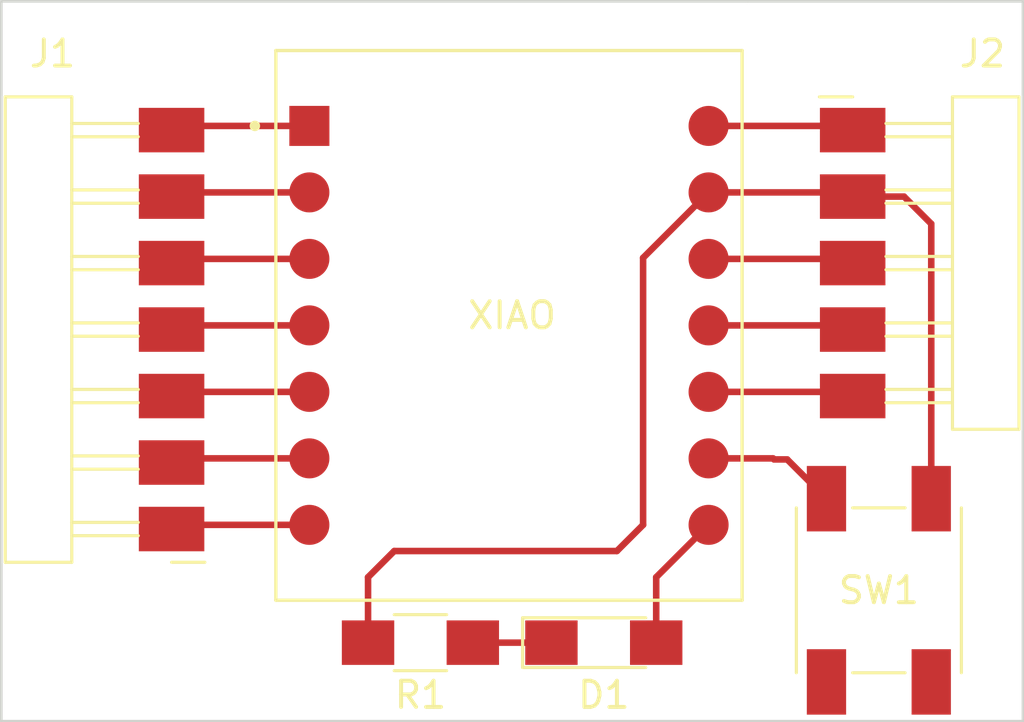
<source format=kicad_pcb>
(kicad_pcb (version 20221018) (generator pcbnew)
  (layers (0 "F.Cu" signal) (31 "B.Cu" signal) (34 "B.Paste" user) (35 "F.Paste" user) (36 "B.SilkS" user "B.Silkscreen") (37 "F.SilkS" user "F.Silkscreen") (38 "B.Mask" user) (39 "F.Mask" user) (44 "Edge.Cuts" user))
  (net 0 "")
  (net 1 "LED")
  (net 2 "Net-(D1-K)")
  (net 3 "A0")
  (net 4 "A1")
  (net 5 "A2")
  (net 6 "A3")
  (net 7 "A4")
  (net 8 "A5")
  (net 9 "5v")
  (net 10 "3v3")
  (net 11 "A6")
  (net 12 "GND")
  (net 13 "BTN")
  (net 14 "A9")
  (net 15 "A10")
  (footprint "fab:PinHeader_1x05_P2.54mm_Horizontal_SMD" (layer "F.Cu") (at 98 75.92)
    (fp_text reference "J2" (at 4 -2.92 180) (layer "F.SilkS") (effects (justify left)))
    (fp_text value "1x5")
    (fp_line (start -1.27 -1.27) (end 0 -1.27) (stroke (width 0.12)) (layer "F.SilkS"))
    (fp_line (start 3.81 -1.27) (end 6.35 -1.27) (stroke (width 0.12)) (layer "F.SilkS"))
    (fp_line (start 3.81 -0.254) (end 1.27 -0.254) (stroke (width 0.12)) (layer "F.SilkS"))
    (fp_line (start 3.81 0.254) (end 1.27 0.254) (stroke (width 0.12)) (layer "F.SilkS"))
    (fp_line (start 3.81 2.286) (end 1.27 2.286) (stroke (width 0.12)) (layer "F.SilkS"))
    (fp_line (start 3.81 2.794) (end 1.27 2.794) (stroke (width 0.12)) (layer "F.SilkS"))
    (fp_line (start 3.81 4.826) (end 1.27 4.826) (stroke (width 0.12)) (layer "F.SilkS"))
    (fp_line (start 3.81 5.334) (end 1.27 5.334) (stroke (width 0.12)) (layer "F.SilkS"))
    (fp_line (start 3.81 7.366) (end 1.27 7.366) (stroke (width 0.12)) (layer "F.SilkS"))
    (fp_line (start 3.81 7.874) (end 1.27 7.874) (stroke (width 0.12)) (layer "F.SilkS"))
    (fp_line (start 3.81 9.906) (end 1.27 9.906) (stroke (width 0.12)) (layer "F.SilkS"))
    (fp_line (start 3.81 10.414) (end 1.27 10.414) (stroke (width 0.12)) (layer "F.SilkS"))
    (fp_line (start 3.81 11.43) (end 3.81 -1.27) (stroke (width 0.12)) (layer "F.SilkS"))
    (fp_line (start 6.35 -1.27) (end 6.35 11.43) (stroke (width 0.12)) (layer "F.SilkS"))
    (fp_line (start 6.35 11.43) (end 3.81 11.43) (stroke (width 0.12)) (layer "F.SilkS"))
    (pad "1" smd rect (at 0 0) (size 2.5 1.7) (layers "F.Cu" "F.Paste" "F.Mask") (net 9 "5v"))
    (pad "2" smd rect (at 0 2.54) (size 2.5 1.7) (layers "F.Cu" "F.Paste" "F.Mask") (net 12 "GND"))
    (pad "3" smd rect (at 0 5.08) (size 2.5 1.7) (layers "F.Cu" "F.Paste" "F.Mask") (net 10 "3v3"))
    (pad "4" smd rect (at 0 7.62) (size 2.5 1.7) (layers "F.Cu" "F.Paste" "F.Mask") (net 15 "A10"))
    (pad "5" smd rect (at 0 10.16) (size 2.5 1.7) (layers "F.Cu" "F.Paste" "F.Mask") (net 14 "A9"))
  )
  (footprint "fab:R_1206" (layer "F.Cu") (at 81.5 95.5)
    (fp_text reference "R1" (at 0 2) (layer "F.SilkS"))
    (fp_text value "R")
    (fp_line (start -1 -1.07) (end 1 -1.07) (stroke (width 0.12)) (layer "F.SilkS"))
    (fp_line (start 1 1.07) (end -1 1.07) (stroke (width 0.12)) (layer "F.SilkS"))
    (pad "1" smd rect (at -2 0) (size 2 1.7) (layers "F.Cu" "F.Paste" "F.Mask") (net 12 "GND"))
    (pad "2" smd rect (at 2 0) (size 2 1.7) (layers "F.Cu" "F.Paste" "F.Mask") (net 2 "Net-(D1-K)"))
  )
  (footprint "fab:LED_1206" (layer "F.Cu") (at 88.5 95.5)
    (fp_text reference "D1" (at 0 2) (layer "F.SilkS"))
    (fp_text value "LED")
    (fp_line (start -3.1 -0.95) (end -3.1 0.95) (stroke (width 0.12)) (layer "F.SilkS"))
    (fp_line (start -3.1 -0.95) (end 1.6 -0.95) (stroke (width 0.12)) (layer "F.SilkS"))
    (fp_line (start -3.1 0.95) (end 1.6 0.95) (stroke (width 0.12)) (layer "F.SilkS"))
    (pad "1" smd rect (at -2 0) (size 2 1.7) (layers "F.Cu" "F.Paste" "F.Mask") (net 2 "Net-(D1-K)"))
    (pad "2" smd rect (at 2 0) (size 2 1.7) (layers "F.Cu" "F.Paste" "F.Mask") (net 1 "LED"))
  )
  (footprint "fab:Button_Omron_B3SN_6.0x6.0mm" (layer "F.Cu") (at 99 93.5 90)
    (fp_text reference "SW1" (at 0 0) (layer "F.SilkS"))
    (fp_text value "BTN")
    (fp_line (start -3.15 -3.15) (end 3.15 -3.15) (stroke (width 0.12)) (layer "F.SilkS"))
    (fp_line (start -3.15 1) (end -3.15 -1) (stroke (width 0.12)) (layer "F.SilkS"))
    (fp_line (start 3.15 -1) (end 3.15 1) (stroke (width 0.12)) (layer "F.SilkS"))
    (fp_line (start 3.15 3.15) (end -3.15 3.15) (stroke (width 0.12)) (layer "F.SilkS"))
    (pad "1" smd rect (at -3.5 -2 90) (size 2.5 1.5) (layers "F.Cu" "F.Paste" "F.Mask") (net 13 "BTN"))
    (pad "1" smd rect (at 3.5 -2 90) (size 2.5 1.5) (layers "F.Cu" "F.Paste" "F.Mask") (net 13 "BTN"))
    (pad "2" smd rect (at -3.5 2 90) (size 2.5 1.5) (layers "F.Cu" "F.Paste" "F.Mask") (net 12 "GND"))
    (pad "2" smd rect (at 3.5 2 90) (size 2.5 1.5) (layers "F.Cu" "F.Paste" "F.Mask") (net 12 "GND"))
  )
  (footprint "102010388:MODULE_102010388" (layer "F.Cu") (at 84.88 83.38)
    (fp_text reference "XIAO" (at 0.12 -0.38) (layer "F.SilkS"))
    (fp_text value "XIAO")
    (fp_line (start -8.9 -10.5) (end -8.9 10.5) (stroke (width 0.127)) (layer "F.SilkS"))
    (fp_line (start -8.9 10.5) (end 8.9 10.5) (stroke (width 0.127)) (layer "F.SilkS"))
    (fp_line (start 8.9 -10.5) (end -8.9 -10.5) (stroke (width 0.127)) (layer "F.SilkS"))
    (fp_line (start 8.9 10.5) (end 8.9 -10.5) (stroke (width 0.127)) (layer "F.SilkS"))
    (fp_circle (center -9.7 -7.62) (end -9.6 -7.62) (stroke (width 0.2)) (fill none) (layer "F.SilkS"))
    (pad "1" smd rect (at -7.62 -7.62) (size 1.53 1.53) (layers "F.Cu" "F.Paste" "F.Mask") (net 3 "A0"))
    (pad "2" smd circle (at -7.62 -5.08) (size 1.53 1.53) (layers "F.Cu" "F.Paste" "F.Mask") (net 4 "A1"))
    (pad "3" smd circle (at -7.62 -2.54) (size 1.53 1.53) (layers "F.Cu" "F.Paste" "F.Mask") (net 5 "A2"))
    (pad "4" smd circle (at -7.62 0) (size 1.53 1.53) (layers "F.Cu" "F.Paste" "F.Mask") (net 6 "A3"))
    (pad "5" smd circle (at -7.62 2.54) (size 1.53 1.53) (layers "F.Cu" "F.Paste" "F.Mask") (net 7 "A4"))
    (pad "6" smd circle (at -7.62 5.08) (size 1.53 1.53) (layers "F.Cu" "F.Paste" "F.Mask") (net 8 "A5"))
    (pad "7" smd circle (at -7.62 7.62) (size 1.53 1.53) (layers "F.Cu" "F.Paste" "F.Mask") (net 11 "A6"))
    (pad "8" smd circle (at 7.62 7.62) (size 1.53 1.53) (layers "F.Cu" "F.Paste" "F.Mask") (net 1 "LED"))
    (pad "9" smd circle (at 7.62 5.08) (size 1.53 1.53) (layers "F.Cu" "F.Paste" "F.Mask") (net 13 "BTN"))
    (pad "10" smd circle (at 7.62 2.54) (size 1.53 1.53) (layers "F.Cu" "F.Paste" "F.Mask") (net 14 "A9"))
    (pad "11" smd circle (at 7.62 0) (size 1.53 1.53) (layers "F.Cu" "F.Paste" "F.Mask") (net 15 "A10"))
    (pad "12" smd circle (at 7.62 -2.54) (size 1.53 1.53) (layers "F.Cu" "F.Paste" "F.Mask") (net 10 "3v3"))
    (pad "13" smd circle (at 7.62 -5.08) (size 1.53 1.53) (layers "F.Cu" "F.Paste" "F.Mask") (net 12 "GND"))
    (pad "14" smd circle (at 7.62 -7.62) (size 1.53 1.53) (layers "F.Cu" "F.Paste" "F.Mask") (net 9 "5v"))
  )
  (footprint "fab:PinHeader_1x07_P2.54mm_Horizontal_SMD" (layer "F.Cu") (at 72 91.16 180)
    (fp_text reference "J1" (at 5.5 18.16) (layer "F.SilkS") (effects (justify left)))
    (fp_text value "1x7")
    (fp_line (start -1.27 -1.27) (end 0 -1.27) (stroke (width 0.12)) (layer "F.SilkS"))
    (fp_line (start 3.81 -1.27) (end 6.35 -1.27) (stroke (width 0.12)) (layer "F.SilkS"))
    (fp_line (start 3.81 -0.254) (end 1.27 -0.254) (stroke (width 0.12)) (layer "F.SilkS"))
    (fp_line (start 3.81 0.254) (end 1.27 0.254) (stroke (width 0.12)) (layer "F.SilkS"))
    (fp_line (start 3.81 2.286) (end 1.27 2.286) (stroke (width 0.12)) (layer "F.SilkS"))
    (fp_line (start 3.81 2.794) (end 1.27 2.794) (stroke (width 0.12)) (layer "F.SilkS"))
    (fp_line (start 3.81 4.826) (end 1.27 4.826) (stroke (width 0.12)) (layer "F.SilkS"))
    (fp_line (start 3.81 5.334) (end 1.27 5.334) (stroke (width 0.12)) (layer "F.SilkS"))
    (fp_line (start 3.81 7.366) (end 1.27 7.366) (stroke (width 0.12)) (layer "F.SilkS"))
    (fp_line (start 3.81 7.874) (end 1.27 7.874) (stroke (width 0.12)) (layer "F.SilkS"))
    (fp_line (start 3.81 9.906) (end 1.27 9.906) (stroke (width 0.12)) (layer "F.SilkS"))
    (fp_line (start 3.81 10.414) (end 1.27 10.414) (stroke (width 0.12)) (layer "F.SilkS"))
    (fp_line (start 3.81 12.446) (end 1.27 12.446) (stroke (width 0.12)) (layer "F.SilkS"))
    (fp_line (start 3.81 12.954) (end 1.27 12.954) (stroke (width 0.12)) (layer "F.SilkS"))
    (fp_line (start 3.81 14.986) (end 1.27 14.986) (stroke (width 0.12)) (layer "F.SilkS"))
    (fp_line (start 3.81 15.494) (end 1.27 15.494) (stroke (width 0.12)) (layer "F.SilkS"))
    (fp_line (start 3.81 16.51) (end 3.81 -1.27) (stroke (width 0.12)) (layer "F.SilkS"))
    (fp_line (start 6.35 -1.27) (end 6.35 16.51) (stroke (width 0.12)) (layer "F.SilkS"))
    (fp_line (start 6.35 16.51) (end 3.81 16.51) (stroke (width 0.12)) (layer "F.SilkS"))
    (pad "1" smd rect (at 0 0 180) (size 2.5 1.7) (layers "F.Cu" "F.Paste" "F.Mask") (net 11 "A6"))
    (pad "2" smd rect (at 0 2.54 180) (size 2.5 1.7) (layers "F.Cu" "F.Paste" "F.Mask") (net 8 "A5"))
    (pad "3" smd rect (at 0 5.08 180) (size 2.5 1.7) (layers "F.Cu" "F.Paste" "F.Mask") (net 7 "A4"))
    (pad "4" smd rect (at 0 7.62 180) (size 2.5 1.7) (layers "F.Cu" "F.Paste" "F.Mask") (net 6 "A3"))
    (pad "5" smd rect (at 0 10.16 180) (size 2.5 1.7) (layers "F.Cu" "F.Paste" "F.Mask") (net 5 "A2"))
    (pad "6" smd rect (at 0 12.7 180) (size 2.5 1.7) (layers "F.Cu" "F.Paste" "F.Mask") (net 4 "A1"))
    (pad "7" smd rect (at 0 15.24 180) (size 2.5 1.7) (layers "F.Cu" "F.Paste" "F.Mask") (net 3 "A0"))
  )
  (gr_line (start 65.5 98.5) (end 65.5 71) (stroke (width 0.1)) (layer "Edge.Cuts"))
  (gr_line (start 104.5 71) (end 104.5 98.5) (stroke (width 0.1)) (layer "Edge.Cuts"))
  (gr_line (start 104.5 98.5) (end 65.5 98.5) (stroke (width 0.1)) (layer "Edge.Cuts"))
  (gr_line (start 65.5 71) (end 94 71) (stroke (width 0.1)) (layer "Edge.Cuts"))
  (gr_line (start 94 71) (end 104.5 71) (stroke (width 0.1)) (layer "Edge.Cuts"))
  (segment (start 90.5 95.5) (end 90.5 93) (width 0.25) (layer "F.Cu") (net 1))
  (segment (start 90.5 93) (end 92.5 91) (width 0.25) (layer "F.Cu") (net 1))
  (segment (start 86.5 95.5) (end 83.5 95.5) (width 0.25) (layer "F.Cu") (net 2))
  (segment (start 77.26 75.76) (end 72.16 75.76) (width 0.25) (layer "F.Cu") (net 3))
  (segment (start 72.16 75.76) (end 72 75.92) (width 0.25) (layer "F.Cu") (net 3))
  (segment (start 77.26 78.3) (end 72.16 78.3) (width 0.25) (layer "F.Cu") (net 4))
  (segment (start 72.16 78.3) (end 72 78.46) (width 0.25) (layer "F.Cu") (net 4))
  (segment (start 77.26 80.84) (end 72.16 80.84) (width 0.25) (layer "F.Cu") (net 5))
  (segment (start 72.16 80.84) (end 72 81) (width 0.25) (layer "F.Cu") (net 5))
  (segment (start 72.16 83.38) (end 72 83.54) (width 0.25) (layer "F.Cu") (net 6))
  (segment (start 77.26 83.38) (end 72.16 83.38) (width 0.25) (layer "F.Cu") (net 6))
  (segment (start 72.16 85.92) (end 72 86.08) (width 0.25) (layer "F.Cu") (net 7))
  (segment (start 77.26 85.92) (end 72.16 85.92) (width 0.25) (layer "F.Cu") (net 7))
  (segment (start 72.16 88.46) (end 72 88.62) (width 0.25) (layer "F.Cu") (net 8))
  (segment (start 77.26 88.46) (end 72.16 88.46) (width 0.25) (layer "F.Cu") (net 8))
  (segment (start 92.5 75.76) (end 97.84 75.76) (width 0.25) (layer "F.Cu") (net 9))
  (segment (start 97.84 75.76) (end 98 75.92) (width 0.25) (layer "F.Cu") (net 9))
  (segment (start 97.84 80.84) (end 98 81) (width 0.25) (layer "F.Cu") (net 10))
  (segment (start 92.5 80.84) (end 97.84 80.84) (width 0.25) (layer "F.Cu") (net 10))
  (segment (start 77.26 91) (end 72.16 91) (width 0.25) (layer "F.Cu") (net 11))
  (segment (start 72.16 91) (end 72 91.16) (width 0.25) (layer "F.Cu") (net 11))
  (segment (start 90 80.8) (end 92.5 78.3) (width 0.25) (layer "F.Cu") (net 12))
  (segment (start 90 91) (end 90 80.8) (width 0.25) (layer "F.Cu") (net 12))
  (segment (start 92.5 78.3) (end 97.84 78.3) (width 0.25) (layer "F.Cu") (net 12))
  (segment (start 101 79.5) (end 101 90) (width 0.25) (layer "F.Cu") (net 12))
  (segment (start 98 78.46) (end 99.96 78.46) (width 0.25) (layer "F.Cu") (net 12))
  (segment (start 80.5 92) (end 89 92) (width 0.25) (layer "F.Cu") (net 12))
  (segment (start 99.96 78.46) (end 101 79.5) (width 0.25) (layer "F.Cu") (net 12))
  (segment (start 79.5 95.5) (end 79.5 93) (width 0.25) (layer "F.Cu") (net 12))
  (segment (start 97.84 78.3) (end 98 78.46) (width 0.25) (layer "F.Cu") (net 12))
  (segment (start 89 92) (end 90 91) (width 0.25) (layer "F.Cu") (net 12))
  (segment (start 79.5 93) (end 80.5 92) (width 0.25) (layer "F.Cu") (net 12))
  (segment (start 95.5 88.5) (end 95 88.5) (width 0.25) (layer "F.Cu") (net 13))
  (segment (start 97 90) (end 95.5 88.5) (width 0.25) (layer "F.Cu") (net 13))
  (segment (start 95 88.5) (end 94.96 88.46) (width 0.25) (layer "F.Cu") (net 13))
  (segment (start 94.96 88.46) (end 92.5 88.46) (width 0.25) (layer "F.Cu") (net 13))
  (segment (start 97.84 85.92) (end 98 86.08) (width 0.25) (layer "F.Cu") (net 14))
  (segment (start 92.5 85.92) (end 97.84 85.92) (width 0.25) (layer "F.Cu") (net 14))
  (segment (start 92.5 83.38) (end 97.84 83.38) (width 0.25) (layer "F.Cu") (net 15))
  (segment (start 97.84 83.38) (end 98 83.54) (width 0.25) (layer "F.Cu") (net 15))
)
</source>
